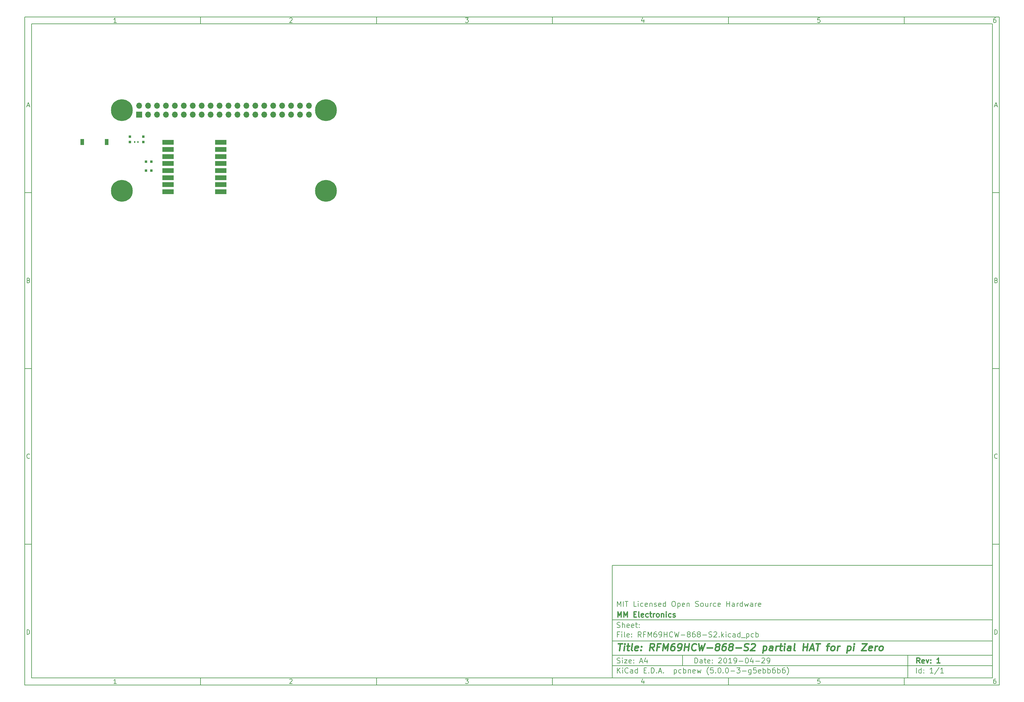
<source format=gbr>
%TF.GenerationSoftware,KiCad,Pcbnew,(5.0.0-3-g5ebb6b6)*%
%TF.CreationDate,2019-04-29T20:19:19+01:00*%
%TF.ProjectId,RFM69HCW-868-S2,52464D36394843572D3836382D53322E,1*%
%TF.SameCoordinates,Original*%
%TF.FileFunction,Soldermask,Top*%
%TF.FilePolarity,Negative*%
%FSLAX46Y46*%
G04 Gerber Fmt 4.6, Leading zero omitted, Abs format (unit mm)*
G04 Created by KiCad (PCBNEW (5.0.0-3-g5ebb6b6)) date Monday, 29 April 2019 at 20:19:19*
%MOMM*%
%LPD*%
G01*
G04 APERTURE LIST*
%ADD10C,0.100000*%
%ADD11C,0.150000*%
%ADD12C,0.300000*%
%ADD13C,0.400000*%
%ADD14R,3.202940X1.402080*%
%ADD15R,1.000000X1.800000*%
%ADD16O,1.700000X1.700000*%
%ADD17R,1.700000X1.700000*%
%ADD18C,6.200000*%
%ADD19R,0.750000X0.800000*%
%ADD20R,0.800000X0.750000*%
%ADD21R,0.400000X0.600000*%
G04 APERTURE END LIST*
D10*
D11*
X177002200Y-166007200D02*
X177002200Y-198007200D01*
X285002200Y-198007200D01*
X285002200Y-166007200D01*
X177002200Y-166007200D01*
D10*
D11*
X10000000Y-10000000D02*
X10000000Y-200007200D01*
X287002200Y-200007200D01*
X287002200Y-10000000D01*
X10000000Y-10000000D01*
D10*
D11*
X12000000Y-12000000D02*
X12000000Y-198007200D01*
X285002200Y-198007200D01*
X285002200Y-12000000D01*
X12000000Y-12000000D01*
D10*
D11*
X60000000Y-12000000D02*
X60000000Y-10000000D01*
D10*
D11*
X110000000Y-12000000D02*
X110000000Y-10000000D01*
D10*
D11*
X160000000Y-12000000D02*
X160000000Y-10000000D01*
D10*
D11*
X210000000Y-12000000D02*
X210000000Y-10000000D01*
D10*
D11*
X260000000Y-12000000D02*
X260000000Y-10000000D01*
D10*
D11*
X36065476Y-11588095D02*
X35322619Y-11588095D01*
X35694047Y-11588095D02*
X35694047Y-10288095D01*
X35570238Y-10473809D01*
X35446428Y-10597619D01*
X35322619Y-10659523D01*
D10*
D11*
X85322619Y-10411904D02*
X85384523Y-10350000D01*
X85508333Y-10288095D01*
X85817857Y-10288095D01*
X85941666Y-10350000D01*
X86003571Y-10411904D01*
X86065476Y-10535714D01*
X86065476Y-10659523D01*
X86003571Y-10845238D01*
X85260714Y-11588095D01*
X86065476Y-11588095D01*
D10*
D11*
X135260714Y-10288095D02*
X136065476Y-10288095D01*
X135632142Y-10783333D01*
X135817857Y-10783333D01*
X135941666Y-10845238D01*
X136003571Y-10907142D01*
X136065476Y-11030952D01*
X136065476Y-11340476D01*
X136003571Y-11464285D01*
X135941666Y-11526190D01*
X135817857Y-11588095D01*
X135446428Y-11588095D01*
X135322619Y-11526190D01*
X135260714Y-11464285D01*
D10*
D11*
X185941666Y-10721428D02*
X185941666Y-11588095D01*
X185632142Y-10226190D02*
X185322619Y-11154761D01*
X186127380Y-11154761D01*
D10*
D11*
X236003571Y-10288095D02*
X235384523Y-10288095D01*
X235322619Y-10907142D01*
X235384523Y-10845238D01*
X235508333Y-10783333D01*
X235817857Y-10783333D01*
X235941666Y-10845238D01*
X236003571Y-10907142D01*
X236065476Y-11030952D01*
X236065476Y-11340476D01*
X236003571Y-11464285D01*
X235941666Y-11526190D01*
X235817857Y-11588095D01*
X235508333Y-11588095D01*
X235384523Y-11526190D01*
X235322619Y-11464285D01*
D10*
D11*
X285941666Y-10288095D02*
X285694047Y-10288095D01*
X285570238Y-10350000D01*
X285508333Y-10411904D01*
X285384523Y-10597619D01*
X285322619Y-10845238D01*
X285322619Y-11340476D01*
X285384523Y-11464285D01*
X285446428Y-11526190D01*
X285570238Y-11588095D01*
X285817857Y-11588095D01*
X285941666Y-11526190D01*
X286003571Y-11464285D01*
X286065476Y-11340476D01*
X286065476Y-11030952D01*
X286003571Y-10907142D01*
X285941666Y-10845238D01*
X285817857Y-10783333D01*
X285570238Y-10783333D01*
X285446428Y-10845238D01*
X285384523Y-10907142D01*
X285322619Y-11030952D01*
D10*
D11*
X60000000Y-198007200D02*
X60000000Y-200007200D01*
D10*
D11*
X110000000Y-198007200D02*
X110000000Y-200007200D01*
D10*
D11*
X160000000Y-198007200D02*
X160000000Y-200007200D01*
D10*
D11*
X210000000Y-198007200D02*
X210000000Y-200007200D01*
D10*
D11*
X260000000Y-198007200D02*
X260000000Y-200007200D01*
D10*
D11*
X36065476Y-199595295D02*
X35322619Y-199595295D01*
X35694047Y-199595295D02*
X35694047Y-198295295D01*
X35570238Y-198481009D01*
X35446428Y-198604819D01*
X35322619Y-198666723D01*
D10*
D11*
X85322619Y-198419104D02*
X85384523Y-198357200D01*
X85508333Y-198295295D01*
X85817857Y-198295295D01*
X85941666Y-198357200D01*
X86003571Y-198419104D01*
X86065476Y-198542914D01*
X86065476Y-198666723D01*
X86003571Y-198852438D01*
X85260714Y-199595295D01*
X86065476Y-199595295D01*
D10*
D11*
X135260714Y-198295295D02*
X136065476Y-198295295D01*
X135632142Y-198790533D01*
X135817857Y-198790533D01*
X135941666Y-198852438D01*
X136003571Y-198914342D01*
X136065476Y-199038152D01*
X136065476Y-199347676D01*
X136003571Y-199471485D01*
X135941666Y-199533390D01*
X135817857Y-199595295D01*
X135446428Y-199595295D01*
X135322619Y-199533390D01*
X135260714Y-199471485D01*
D10*
D11*
X185941666Y-198728628D02*
X185941666Y-199595295D01*
X185632142Y-198233390D02*
X185322619Y-199161961D01*
X186127380Y-199161961D01*
D10*
D11*
X236003571Y-198295295D02*
X235384523Y-198295295D01*
X235322619Y-198914342D01*
X235384523Y-198852438D01*
X235508333Y-198790533D01*
X235817857Y-198790533D01*
X235941666Y-198852438D01*
X236003571Y-198914342D01*
X236065476Y-199038152D01*
X236065476Y-199347676D01*
X236003571Y-199471485D01*
X235941666Y-199533390D01*
X235817857Y-199595295D01*
X235508333Y-199595295D01*
X235384523Y-199533390D01*
X235322619Y-199471485D01*
D10*
D11*
X285941666Y-198295295D02*
X285694047Y-198295295D01*
X285570238Y-198357200D01*
X285508333Y-198419104D01*
X285384523Y-198604819D01*
X285322619Y-198852438D01*
X285322619Y-199347676D01*
X285384523Y-199471485D01*
X285446428Y-199533390D01*
X285570238Y-199595295D01*
X285817857Y-199595295D01*
X285941666Y-199533390D01*
X286003571Y-199471485D01*
X286065476Y-199347676D01*
X286065476Y-199038152D01*
X286003571Y-198914342D01*
X285941666Y-198852438D01*
X285817857Y-198790533D01*
X285570238Y-198790533D01*
X285446428Y-198852438D01*
X285384523Y-198914342D01*
X285322619Y-199038152D01*
D10*
D11*
X10000000Y-60000000D02*
X12000000Y-60000000D01*
D10*
D11*
X10000000Y-110000000D02*
X12000000Y-110000000D01*
D10*
D11*
X10000000Y-160000000D02*
X12000000Y-160000000D01*
D10*
D11*
X10690476Y-35216666D02*
X11309523Y-35216666D01*
X10566666Y-35588095D02*
X11000000Y-34288095D01*
X11433333Y-35588095D01*
D10*
D11*
X11092857Y-84907142D02*
X11278571Y-84969047D01*
X11340476Y-85030952D01*
X11402380Y-85154761D01*
X11402380Y-85340476D01*
X11340476Y-85464285D01*
X11278571Y-85526190D01*
X11154761Y-85588095D01*
X10659523Y-85588095D01*
X10659523Y-84288095D01*
X11092857Y-84288095D01*
X11216666Y-84350000D01*
X11278571Y-84411904D01*
X11340476Y-84535714D01*
X11340476Y-84659523D01*
X11278571Y-84783333D01*
X11216666Y-84845238D01*
X11092857Y-84907142D01*
X10659523Y-84907142D01*
D10*
D11*
X11402380Y-135464285D02*
X11340476Y-135526190D01*
X11154761Y-135588095D01*
X11030952Y-135588095D01*
X10845238Y-135526190D01*
X10721428Y-135402380D01*
X10659523Y-135278571D01*
X10597619Y-135030952D01*
X10597619Y-134845238D01*
X10659523Y-134597619D01*
X10721428Y-134473809D01*
X10845238Y-134350000D01*
X11030952Y-134288095D01*
X11154761Y-134288095D01*
X11340476Y-134350000D01*
X11402380Y-134411904D01*
D10*
D11*
X10659523Y-185588095D02*
X10659523Y-184288095D01*
X10969047Y-184288095D01*
X11154761Y-184350000D01*
X11278571Y-184473809D01*
X11340476Y-184597619D01*
X11402380Y-184845238D01*
X11402380Y-185030952D01*
X11340476Y-185278571D01*
X11278571Y-185402380D01*
X11154761Y-185526190D01*
X10969047Y-185588095D01*
X10659523Y-185588095D01*
D10*
D11*
X287002200Y-60000000D02*
X285002200Y-60000000D01*
D10*
D11*
X287002200Y-110000000D02*
X285002200Y-110000000D01*
D10*
D11*
X287002200Y-160000000D02*
X285002200Y-160000000D01*
D10*
D11*
X285692676Y-35216666D02*
X286311723Y-35216666D01*
X285568866Y-35588095D02*
X286002200Y-34288095D01*
X286435533Y-35588095D01*
D10*
D11*
X286095057Y-84907142D02*
X286280771Y-84969047D01*
X286342676Y-85030952D01*
X286404580Y-85154761D01*
X286404580Y-85340476D01*
X286342676Y-85464285D01*
X286280771Y-85526190D01*
X286156961Y-85588095D01*
X285661723Y-85588095D01*
X285661723Y-84288095D01*
X286095057Y-84288095D01*
X286218866Y-84350000D01*
X286280771Y-84411904D01*
X286342676Y-84535714D01*
X286342676Y-84659523D01*
X286280771Y-84783333D01*
X286218866Y-84845238D01*
X286095057Y-84907142D01*
X285661723Y-84907142D01*
D10*
D11*
X286404580Y-135464285D02*
X286342676Y-135526190D01*
X286156961Y-135588095D01*
X286033152Y-135588095D01*
X285847438Y-135526190D01*
X285723628Y-135402380D01*
X285661723Y-135278571D01*
X285599819Y-135030952D01*
X285599819Y-134845238D01*
X285661723Y-134597619D01*
X285723628Y-134473809D01*
X285847438Y-134350000D01*
X286033152Y-134288095D01*
X286156961Y-134288095D01*
X286342676Y-134350000D01*
X286404580Y-134411904D01*
D10*
D11*
X285661723Y-185588095D02*
X285661723Y-184288095D01*
X285971247Y-184288095D01*
X286156961Y-184350000D01*
X286280771Y-184473809D01*
X286342676Y-184597619D01*
X286404580Y-184845238D01*
X286404580Y-185030952D01*
X286342676Y-185278571D01*
X286280771Y-185402380D01*
X286156961Y-185526190D01*
X285971247Y-185588095D01*
X285661723Y-185588095D01*
D10*
D11*
X200434342Y-193785771D02*
X200434342Y-192285771D01*
X200791485Y-192285771D01*
X201005771Y-192357200D01*
X201148628Y-192500057D01*
X201220057Y-192642914D01*
X201291485Y-192928628D01*
X201291485Y-193142914D01*
X201220057Y-193428628D01*
X201148628Y-193571485D01*
X201005771Y-193714342D01*
X200791485Y-193785771D01*
X200434342Y-193785771D01*
X202577200Y-193785771D02*
X202577200Y-193000057D01*
X202505771Y-192857200D01*
X202362914Y-192785771D01*
X202077200Y-192785771D01*
X201934342Y-192857200D01*
X202577200Y-193714342D02*
X202434342Y-193785771D01*
X202077200Y-193785771D01*
X201934342Y-193714342D01*
X201862914Y-193571485D01*
X201862914Y-193428628D01*
X201934342Y-193285771D01*
X202077200Y-193214342D01*
X202434342Y-193214342D01*
X202577200Y-193142914D01*
X203077200Y-192785771D02*
X203648628Y-192785771D01*
X203291485Y-192285771D02*
X203291485Y-193571485D01*
X203362914Y-193714342D01*
X203505771Y-193785771D01*
X203648628Y-193785771D01*
X204720057Y-193714342D02*
X204577200Y-193785771D01*
X204291485Y-193785771D01*
X204148628Y-193714342D01*
X204077200Y-193571485D01*
X204077200Y-193000057D01*
X204148628Y-192857200D01*
X204291485Y-192785771D01*
X204577200Y-192785771D01*
X204720057Y-192857200D01*
X204791485Y-193000057D01*
X204791485Y-193142914D01*
X204077200Y-193285771D01*
X205434342Y-193642914D02*
X205505771Y-193714342D01*
X205434342Y-193785771D01*
X205362914Y-193714342D01*
X205434342Y-193642914D01*
X205434342Y-193785771D01*
X205434342Y-192857200D02*
X205505771Y-192928628D01*
X205434342Y-193000057D01*
X205362914Y-192928628D01*
X205434342Y-192857200D01*
X205434342Y-193000057D01*
X207220057Y-192428628D02*
X207291485Y-192357200D01*
X207434342Y-192285771D01*
X207791485Y-192285771D01*
X207934342Y-192357200D01*
X208005771Y-192428628D01*
X208077200Y-192571485D01*
X208077200Y-192714342D01*
X208005771Y-192928628D01*
X207148628Y-193785771D01*
X208077200Y-193785771D01*
X209005771Y-192285771D02*
X209148628Y-192285771D01*
X209291485Y-192357200D01*
X209362914Y-192428628D01*
X209434342Y-192571485D01*
X209505771Y-192857200D01*
X209505771Y-193214342D01*
X209434342Y-193500057D01*
X209362914Y-193642914D01*
X209291485Y-193714342D01*
X209148628Y-193785771D01*
X209005771Y-193785771D01*
X208862914Y-193714342D01*
X208791485Y-193642914D01*
X208720057Y-193500057D01*
X208648628Y-193214342D01*
X208648628Y-192857200D01*
X208720057Y-192571485D01*
X208791485Y-192428628D01*
X208862914Y-192357200D01*
X209005771Y-192285771D01*
X210934342Y-193785771D02*
X210077200Y-193785771D01*
X210505771Y-193785771D02*
X210505771Y-192285771D01*
X210362914Y-192500057D01*
X210220057Y-192642914D01*
X210077200Y-192714342D01*
X211648628Y-193785771D02*
X211934342Y-193785771D01*
X212077200Y-193714342D01*
X212148628Y-193642914D01*
X212291485Y-193428628D01*
X212362914Y-193142914D01*
X212362914Y-192571485D01*
X212291485Y-192428628D01*
X212220057Y-192357200D01*
X212077200Y-192285771D01*
X211791485Y-192285771D01*
X211648628Y-192357200D01*
X211577200Y-192428628D01*
X211505771Y-192571485D01*
X211505771Y-192928628D01*
X211577200Y-193071485D01*
X211648628Y-193142914D01*
X211791485Y-193214342D01*
X212077200Y-193214342D01*
X212220057Y-193142914D01*
X212291485Y-193071485D01*
X212362914Y-192928628D01*
X213005771Y-193214342D02*
X214148628Y-193214342D01*
X215148628Y-192285771D02*
X215291485Y-192285771D01*
X215434342Y-192357200D01*
X215505771Y-192428628D01*
X215577200Y-192571485D01*
X215648628Y-192857200D01*
X215648628Y-193214342D01*
X215577200Y-193500057D01*
X215505771Y-193642914D01*
X215434342Y-193714342D01*
X215291485Y-193785771D01*
X215148628Y-193785771D01*
X215005771Y-193714342D01*
X214934342Y-193642914D01*
X214862914Y-193500057D01*
X214791485Y-193214342D01*
X214791485Y-192857200D01*
X214862914Y-192571485D01*
X214934342Y-192428628D01*
X215005771Y-192357200D01*
X215148628Y-192285771D01*
X216934342Y-192785771D02*
X216934342Y-193785771D01*
X216577200Y-192214342D02*
X216220057Y-193285771D01*
X217148628Y-193285771D01*
X217720057Y-193214342D02*
X218862914Y-193214342D01*
X219505771Y-192428628D02*
X219577200Y-192357200D01*
X219720057Y-192285771D01*
X220077200Y-192285771D01*
X220220057Y-192357200D01*
X220291485Y-192428628D01*
X220362914Y-192571485D01*
X220362914Y-192714342D01*
X220291485Y-192928628D01*
X219434342Y-193785771D01*
X220362914Y-193785771D01*
X221077200Y-193785771D02*
X221362914Y-193785771D01*
X221505771Y-193714342D01*
X221577200Y-193642914D01*
X221720057Y-193428628D01*
X221791485Y-193142914D01*
X221791485Y-192571485D01*
X221720057Y-192428628D01*
X221648628Y-192357200D01*
X221505771Y-192285771D01*
X221220057Y-192285771D01*
X221077200Y-192357200D01*
X221005771Y-192428628D01*
X220934342Y-192571485D01*
X220934342Y-192928628D01*
X221005771Y-193071485D01*
X221077200Y-193142914D01*
X221220057Y-193214342D01*
X221505771Y-193214342D01*
X221648628Y-193142914D01*
X221720057Y-193071485D01*
X221791485Y-192928628D01*
D10*
D11*
X177002200Y-194507200D02*
X285002200Y-194507200D01*
D10*
D11*
X178434342Y-196585771D02*
X178434342Y-195085771D01*
X179291485Y-196585771D02*
X178648628Y-195728628D01*
X179291485Y-195085771D02*
X178434342Y-195942914D01*
X179934342Y-196585771D02*
X179934342Y-195585771D01*
X179934342Y-195085771D02*
X179862914Y-195157200D01*
X179934342Y-195228628D01*
X180005771Y-195157200D01*
X179934342Y-195085771D01*
X179934342Y-195228628D01*
X181505771Y-196442914D02*
X181434342Y-196514342D01*
X181220057Y-196585771D01*
X181077200Y-196585771D01*
X180862914Y-196514342D01*
X180720057Y-196371485D01*
X180648628Y-196228628D01*
X180577200Y-195942914D01*
X180577200Y-195728628D01*
X180648628Y-195442914D01*
X180720057Y-195300057D01*
X180862914Y-195157200D01*
X181077200Y-195085771D01*
X181220057Y-195085771D01*
X181434342Y-195157200D01*
X181505771Y-195228628D01*
X182791485Y-196585771D02*
X182791485Y-195800057D01*
X182720057Y-195657200D01*
X182577200Y-195585771D01*
X182291485Y-195585771D01*
X182148628Y-195657200D01*
X182791485Y-196514342D02*
X182648628Y-196585771D01*
X182291485Y-196585771D01*
X182148628Y-196514342D01*
X182077200Y-196371485D01*
X182077200Y-196228628D01*
X182148628Y-196085771D01*
X182291485Y-196014342D01*
X182648628Y-196014342D01*
X182791485Y-195942914D01*
X184148628Y-196585771D02*
X184148628Y-195085771D01*
X184148628Y-196514342D02*
X184005771Y-196585771D01*
X183720057Y-196585771D01*
X183577200Y-196514342D01*
X183505771Y-196442914D01*
X183434342Y-196300057D01*
X183434342Y-195871485D01*
X183505771Y-195728628D01*
X183577200Y-195657200D01*
X183720057Y-195585771D01*
X184005771Y-195585771D01*
X184148628Y-195657200D01*
X186005771Y-195800057D02*
X186505771Y-195800057D01*
X186720057Y-196585771D02*
X186005771Y-196585771D01*
X186005771Y-195085771D01*
X186720057Y-195085771D01*
X187362914Y-196442914D02*
X187434342Y-196514342D01*
X187362914Y-196585771D01*
X187291485Y-196514342D01*
X187362914Y-196442914D01*
X187362914Y-196585771D01*
X188077200Y-196585771D02*
X188077200Y-195085771D01*
X188434342Y-195085771D01*
X188648628Y-195157200D01*
X188791485Y-195300057D01*
X188862914Y-195442914D01*
X188934342Y-195728628D01*
X188934342Y-195942914D01*
X188862914Y-196228628D01*
X188791485Y-196371485D01*
X188648628Y-196514342D01*
X188434342Y-196585771D01*
X188077200Y-196585771D01*
X189577200Y-196442914D02*
X189648628Y-196514342D01*
X189577200Y-196585771D01*
X189505771Y-196514342D01*
X189577200Y-196442914D01*
X189577200Y-196585771D01*
X190220057Y-196157200D02*
X190934342Y-196157200D01*
X190077200Y-196585771D02*
X190577200Y-195085771D01*
X191077200Y-196585771D01*
X191577200Y-196442914D02*
X191648628Y-196514342D01*
X191577200Y-196585771D01*
X191505771Y-196514342D01*
X191577200Y-196442914D01*
X191577200Y-196585771D01*
X194577200Y-195585771D02*
X194577200Y-197085771D01*
X194577200Y-195657200D02*
X194720057Y-195585771D01*
X195005771Y-195585771D01*
X195148628Y-195657200D01*
X195220057Y-195728628D01*
X195291485Y-195871485D01*
X195291485Y-196300057D01*
X195220057Y-196442914D01*
X195148628Y-196514342D01*
X195005771Y-196585771D01*
X194720057Y-196585771D01*
X194577200Y-196514342D01*
X196577200Y-196514342D02*
X196434342Y-196585771D01*
X196148628Y-196585771D01*
X196005771Y-196514342D01*
X195934342Y-196442914D01*
X195862914Y-196300057D01*
X195862914Y-195871485D01*
X195934342Y-195728628D01*
X196005771Y-195657200D01*
X196148628Y-195585771D01*
X196434342Y-195585771D01*
X196577200Y-195657200D01*
X197220057Y-196585771D02*
X197220057Y-195085771D01*
X197220057Y-195657200D02*
X197362914Y-195585771D01*
X197648628Y-195585771D01*
X197791485Y-195657200D01*
X197862914Y-195728628D01*
X197934342Y-195871485D01*
X197934342Y-196300057D01*
X197862914Y-196442914D01*
X197791485Y-196514342D01*
X197648628Y-196585771D01*
X197362914Y-196585771D01*
X197220057Y-196514342D01*
X198577200Y-195585771D02*
X198577200Y-196585771D01*
X198577200Y-195728628D02*
X198648628Y-195657200D01*
X198791485Y-195585771D01*
X199005771Y-195585771D01*
X199148628Y-195657200D01*
X199220057Y-195800057D01*
X199220057Y-196585771D01*
X200505771Y-196514342D02*
X200362914Y-196585771D01*
X200077200Y-196585771D01*
X199934342Y-196514342D01*
X199862914Y-196371485D01*
X199862914Y-195800057D01*
X199934342Y-195657200D01*
X200077200Y-195585771D01*
X200362914Y-195585771D01*
X200505771Y-195657200D01*
X200577200Y-195800057D01*
X200577200Y-195942914D01*
X199862914Y-196085771D01*
X201077200Y-195585771D02*
X201362914Y-196585771D01*
X201648628Y-195871485D01*
X201934342Y-196585771D01*
X202220057Y-195585771D01*
X204362914Y-197157200D02*
X204291485Y-197085771D01*
X204148628Y-196871485D01*
X204077200Y-196728628D01*
X204005771Y-196514342D01*
X203934342Y-196157200D01*
X203934342Y-195871485D01*
X204005771Y-195514342D01*
X204077200Y-195300057D01*
X204148628Y-195157200D01*
X204291485Y-194942914D01*
X204362914Y-194871485D01*
X205648628Y-195085771D02*
X204934342Y-195085771D01*
X204862914Y-195800057D01*
X204934342Y-195728628D01*
X205077200Y-195657200D01*
X205434342Y-195657200D01*
X205577200Y-195728628D01*
X205648628Y-195800057D01*
X205720057Y-195942914D01*
X205720057Y-196300057D01*
X205648628Y-196442914D01*
X205577200Y-196514342D01*
X205434342Y-196585771D01*
X205077200Y-196585771D01*
X204934342Y-196514342D01*
X204862914Y-196442914D01*
X206362914Y-196442914D02*
X206434342Y-196514342D01*
X206362914Y-196585771D01*
X206291485Y-196514342D01*
X206362914Y-196442914D01*
X206362914Y-196585771D01*
X207362914Y-195085771D02*
X207505771Y-195085771D01*
X207648628Y-195157200D01*
X207720057Y-195228628D01*
X207791485Y-195371485D01*
X207862914Y-195657200D01*
X207862914Y-196014342D01*
X207791485Y-196300057D01*
X207720057Y-196442914D01*
X207648628Y-196514342D01*
X207505771Y-196585771D01*
X207362914Y-196585771D01*
X207220057Y-196514342D01*
X207148628Y-196442914D01*
X207077200Y-196300057D01*
X207005771Y-196014342D01*
X207005771Y-195657200D01*
X207077200Y-195371485D01*
X207148628Y-195228628D01*
X207220057Y-195157200D01*
X207362914Y-195085771D01*
X208505771Y-196442914D02*
X208577200Y-196514342D01*
X208505771Y-196585771D01*
X208434342Y-196514342D01*
X208505771Y-196442914D01*
X208505771Y-196585771D01*
X209505771Y-195085771D02*
X209648628Y-195085771D01*
X209791485Y-195157200D01*
X209862914Y-195228628D01*
X209934342Y-195371485D01*
X210005771Y-195657200D01*
X210005771Y-196014342D01*
X209934342Y-196300057D01*
X209862914Y-196442914D01*
X209791485Y-196514342D01*
X209648628Y-196585771D01*
X209505771Y-196585771D01*
X209362914Y-196514342D01*
X209291485Y-196442914D01*
X209220057Y-196300057D01*
X209148628Y-196014342D01*
X209148628Y-195657200D01*
X209220057Y-195371485D01*
X209291485Y-195228628D01*
X209362914Y-195157200D01*
X209505771Y-195085771D01*
X210648628Y-196014342D02*
X211791485Y-196014342D01*
X212362914Y-195085771D02*
X213291485Y-195085771D01*
X212791485Y-195657200D01*
X213005771Y-195657200D01*
X213148628Y-195728628D01*
X213220057Y-195800057D01*
X213291485Y-195942914D01*
X213291485Y-196300057D01*
X213220057Y-196442914D01*
X213148628Y-196514342D01*
X213005771Y-196585771D01*
X212577200Y-196585771D01*
X212434342Y-196514342D01*
X212362914Y-196442914D01*
X213934342Y-196014342D02*
X215077200Y-196014342D01*
X216434342Y-195585771D02*
X216434342Y-196800057D01*
X216362914Y-196942914D01*
X216291485Y-197014342D01*
X216148628Y-197085771D01*
X215934342Y-197085771D01*
X215791485Y-197014342D01*
X216434342Y-196514342D02*
X216291485Y-196585771D01*
X216005771Y-196585771D01*
X215862914Y-196514342D01*
X215791485Y-196442914D01*
X215720057Y-196300057D01*
X215720057Y-195871485D01*
X215791485Y-195728628D01*
X215862914Y-195657200D01*
X216005771Y-195585771D01*
X216291485Y-195585771D01*
X216434342Y-195657200D01*
X217862914Y-195085771D02*
X217148628Y-195085771D01*
X217077200Y-195800057D01*
X217148628Y-195728628D01*
X217291485Y-195657200D01*
X217648628Y-195657200D01*
X217791485Y-195728628D01*
X217862914Y-195800057D01*
X217934342Y-195942914D01*
X217934342Y-196300057D01*
X217862914Y-196442914D01*
X217791485Y-196514342D01*
X217648628Y-196585771D01*
X217291485Y-196585771D01*
X217148628Y-196514342D01*
X217077200Y-196442914D01*
X219148628Y-196514342D02*
X219005771Y-196585771D01*
X218720057Y-196585771D01*
X218577200Y-196514342D01*
X218505771Y-196371485D01*
X218505771Y-195800057D01*
X218577200Y-195657200D01*
X218720057Y-195585771D01*
X219005771Y-195585771D01*
X219148628Y-195657200D01*
X219220057Y-195800057D01*
X219220057Y-195942914D01*
X218505771Y-196085771D01*
X219862914Y-196585771D02*
X219862914Y-195085771D01*
X219862914Y-195657200D02*
X220005771Y-195585771D01*
X220291485Y-195585771D01*
X220434342Y-195657200D01*
X220505771Y-195728628D01*
X220577200Y-195871485D01*
X220577200Y-196300057D01*
X220505771Y-196442914D01*
X220434342Y-196514342D01*
X220291485Y-196585771D01*
X220005771Y-196585771D01*
X219862914Y-196514342D01*
X221220057Y-196585771D02*
X221220057Y-195085771D01*
X221220057Y-195657200D02*
X221362914Y-195585771D01*
X221648628Y-195585771D01*
X221791485Y-195657200D01*
X221862914Y-195728628D01*
X221934342Y-195871485D01*
X221934342Y-196300057D01*
X221862914Y-196442914D01*
X221791485Y-196514342D01*
X221648628Y-196585771D01*
X221362914Y-196585771D01*
X221220057Y-196514342D01*
X223220057Y-195085771D02*
X222934342Y-195085771D01*
X222791485Y-195157200D01*
X222720057Y-195228628D01*
X222577200Y-195442914D01*
X222505771Y-195728628D01*
X222505771Y-196300057D01*
X222577200Y-196442914D01*
X222648628Y-196514342D01*
X222791485Y-196585771D01*
X223077200Y-196585771D01*
X223220057Y-196514342D01*
X223291485Y-196442914D01*
X223362914Y-196300057D01*
X223362914Y-195942914D01*
X223291485Y-195800057D01*
X223220057Y-195728628D01*
X223077200Y-195657200D01*
X222791485Y-195657200D01*
X222648628Y-195728628D01*
X222577200Y-195800057D01*
X222505771Y-195942914D01*
X224005771Y-196585771D02*
X224005771Y-195085771D01*
X224005771Y-195657200D02*
X224148628Y-195585771D01*
X224434342Y-195585771D01*
X224577200Y-195657200D01*
X224648628Y-195728628D01*
X224720057Y-195871485D01*
X224720057Y-196300057D01*
X224648628Y-196442914D01*
X224577200Y-196514342D01*
X224434342Y-196585771D01*
X224148628Y-196585771D01*
X224005771Y-196514342D01*
X226005771Y-195085771D02*
X225720057Y-195085771D01*
X225577200Y-195157200D01*
X225505771Y-195228628D01*
X225362914Y-195442914D01*
X225291485Y-195728628D01*
X225291485Y-196300057D01*
X225362914Y-196442914D01*
X225434342Y-196514342D01*
X225577200Y-196585771D01*
X225862914Y-196585771D01*
X226005771Y-196514342D01*
X226077200Y-196442914D01*
X226148628Y-196300057D01*
X226148628Y-195942914D01*
X226077200Y-195800057D01*
X226005771Y-195728628D01*
X225862914Y-195657200D01*
X225577200Y-195657200D01*
X225434342Y-195728628D01*
X225362914Y-195800057D01*
X225291485Y-195942914D01*
X226648628Y-197157200D02*
X226720057Y-197085771D01*
X226862914Y-196871485D01*
X226934342Y-196728628D01*
X227005771Y-196514342D01*
X227077200Y-196157200D01*
X227077200Y-195871485D01*
X227005771Y-195514342D01*
X226934342Y-195300057D01*
X226862914Y-195157200D01*
X226720057Y-194942914D01*
X226648628Y-194871485D01*
D10*
D11*
X177002200Y-191507200D02*
X285002200Y-191507200D01*
D10*
D12*
X264411485Y-193785771D02*
X263911485Y-193071485D01*
X263554342Y-193785771D02*
X263554342Y-192285771D01*
X264125771Y-192285771D01*
X264268628Y-192357200D01*
X264340057Y-192428628D01*
X264411485Y-192571485D01*
X264411485Y-192785771D01*
X264340057Y-192928628D01*
X264268628Y-193000057D01*
X264125771Y-193071485D01*
X263554342Y-193071485D01*
X265625771Y-193714342D02*
X265482914Y-193785771D01*
X265197200Y-193785771D01*
X265054342Y-193714342D01*
X264982914Y-193571485D01*
X264982914Y-193000057D01*
X265054342Y-192857200D01*
X265197200Y-192785771D01*
X265482914Y-192785771D01*
X265625771Y-192857200D01*
X265697200Y-193000057D01*
X265697200Y-193142914D01*
X264982914Y-193285771D01*
X266197200Y-192785771D02*
X266554342Y-193785771D01*
X266911485Y-192785771D01*
X267482914Y-193642914D02*
X267554342Y-193714342D01*
X267482914Y-193785771D01*
X267411485Y-193714342D01*
X267482914Y-193642914D01*
X267482914Y-193785771D01*
X267482914Y-192857200D02*
X267554342Y-192928628D01*
X267482914Y-193000057D01*
X267411485Y-192928628D01*
X267482914Y-192857200D01*
X267482914Y-193000057D01*
X270125771Y-193785771D02*
X269268628Y-193785771D01*
X269697200Y-193785771D02*
X269697200Y-192285771D01*
X269554342Y-192500057D01*
X269411485Y-192642914D01*
X269268628Y-192714342D01*
D10*
D11*
X178362914Y-193714342D02*
X178577200Y-193785771D01*
X178934342Y-193785771D01*
X179077200Y-193714342D01*
X179148628Y-193642914D01*
X179220057Y-193500057D01*
X179220057Y-193357200D01*
X179148628Y-193214342D01*
X179077200Y-193142914D01*
X178934342Y-193071485D01*
X178648628Y-193000057D01*
X178505771Y-192928628D01*
X178434342Y-192857200D01*
X178362914Y-192714342D01*
X178362914Y-192571485D01*
X178434342Y-192428628D01*
X178505771Y-192357200D01*
X178648628Y-192285771D01*
X179005771Y-192285771D01*
X179220057Y-192357200D01*
X179862914Y-193785771D02*
X179862914Y-192785771D01*
X179862914Y-192285771D02*
X179791485Y-192357200D01*
X179862914Y-192428628D01*
X179934342Y-192357200D01*
X179862914Y-192285771D01*
X179862914Y-192428628D01*
X180434342Y-192785771D02*
X181220057Y-192785771D01*
X180434342Y-193785771D01*
X181220057Y-193785771D01*
X182362914Y-193714342D02*
X182220057Y-193785771D01*
X181934342Y-193785771D01*
X181791485Y-193714342D01*
X181720057Y-193571485D01*
X181720057Y-193000057D01*
X181791485Y-192857200D01*
X181934342Y-192785771D01*
X182220057Y-192785771D01*
X182362914Y-192857200D01*
X182434342Y-193000057D01*
X182434342Y-193142914D01*
X181720057Y-193285771D01*
X183077200Y-193642914D02*
X183148628Y-193714342D01*
X183077200Y-193785771D01*
X183005771Y-193714342D01*
X183077200Y-193642914D01*
X183077200Y-193785771D01*
X183077200Y-192857200D02*
X183148628Y-192928628D01*
X183077200Y-193000057D01*
X183005771Y-192928628D01*
X183077200Y-192857200D01*
X183077200Y-193000057D01*
X184862914Y-193357200D02*
X185577200Y-193357200D01*
X184720057Y-193785771D02*
X185220057Y-192285771D01*
X185720057Y-193785771D01*
X186862914Y-192785771D02*
X186862914Y-193785771D01*
X186505771Y-192214342D02*
X186148628Y-193285771D01*
X187077200Y-193285771D01*
D10*
D11*
X263434342Y-196585771D02*
X263434342Y-195085771D01*
X264791485Y-196585771D02*
X264791485Y-195085771D01*
X264791485Y-196514342D02*
X264648628Y-196585771D01*
X264362914Y-196585771D01*
X264220057Y-196514342D01*
X264148628Y-196442914D01*
X264077200Y-196300057D01*
X264077200Y-195871485D01*
X264148628Y-195728628D01*
X264220057Y-195657200D01*
X264362914Y-195585771D01*
X264648628Y-195585771D01*
X264791485Y-195657200D01*
X265505771Y-196442914D02*
X265577200Y-196514342D01*
X265505771Y-196585771D01*
X265434342Y-196514342D01*
X265505771Y-196442914D01*
X265505771Y-196585771D01*
X265505771Y-195657200D02*
X265577200Y-195728628D01*
X265505771Y-195800057D01*
X265434342Y-195728628D01*
X265505771Y-195657200D01*
X265505771Y-195800057D01*
X268148628Y-196585771D02*
X267291485Y-196585771D01*
X267720057Y-196585771D02*
X267720057Y-195085771D01*
X267577200Y-195300057D01*
X267434342Y-195442914D01*
X267291485Y-195514342D01*
X269862914Y-195014342D02*
X268577200Y-196942914D01*
X271148628Y-196585771D02*
X270291485Y-196585771D01*
X270720057Y-196585771D02*
X270720057Y-195085771D01*
X270577200Y-195300057D01*
X270434342Y-195442914D01*
X270291485Y-195514342D01*
D10*
D11*
X177002200Y-187507200D02*
X285002200Y-187507200D01*
D10*
D13*
X178714580Y-188211961D02*
X179857438Y-188211961D01*
X179036009Y-190211961D02*
X179286009Y-188211961D01*
X180274104Y-190211961D02*
X180440771Y-188878628D01*
X180524104Y-188211961D02*
X180416961Y-188307200D01*
X180500295Y-188402438D01*
X180607438Y-188307200D01*
X180524104Y-188211961D01*
X180500295Y-188402438D01*
X181107438Y-188878628D02*
X181869342Y-188878628D01*
X181476485Y-188211961D02*
X181262200Y-189926247D01*
X181333628Y-190116723D01*
X181512200Y-190211961D01*
X181702676Y-190211961D01*
X182655057Y-190211961D02*
X182476485Y-190116723D01*
X182405057Y-189926247D01*
X182619342Y-188211961D01*
X184190771Y-190116723D02*
X183988390Y-190211961D01*
X183607438Y-190211961D01*
X183428866Y-190116723D01*
X183357438Y-189926247D01*
X183452676Y-189164342D01*
X183571723Y-188973866D01*
X183774104Y-188878628D01*
X184155057Y-188878628D01*
X184333628Y-188973866D01*
X184405057Y-189164342D01*
X184381247Y-189354819D01*
X183405057Y-189545295D01*
X185155057Y-190021485D02*
X185238390Y-190116723D01*
X185131247Y-190211961D01*
X185047914Y-190116723D01*
X185155057Y-190021485D01*
X185131247Y-190211961D01*
X185286009Y-188973866D02*
X185369342Y-189069104D01*
X185262200Y-189164342D01*
X185178866Y-189069104D01*
X185286009Y-188973866D01*
X185262200Y-189164342D01*
X188750295Y-190211961D02*
X188202676Y-189259580D01*
X187607438Y-190211961D02*
X187857438Y-188211961D01*
X188619342Y-188211961D01*
X188797914Y-188307200D01*
X188881247Y-188402438D01*
X188952676Y-188592914D01*
X188916961Y-188878628D01*
X188797914Y-189069104D01*
X188690771Y-189164342D01*
X188488390Y-189259580D01*
X187726485Y-189259580D01*
X190405057Y-189164342D02*
X189738390Y-189164342D01*
X189607438Y-190211961D02*
X189857438Y-188211961D01*
X190809819Y-188211961D01*
X191321723Y-190211961D02*
X191571723Y-188211961D01*
X192059819Y-189640533D01*
X192905057Y-188211961D01*
X192655057Y-190211961D01*
X194714580Y-188211961D02*
X194333628Y-188211961D01*
X194131247Y-188307200D01*
X194024104Y-188402438D01*
X193797914Y-188688152D01*
X193655057Y-189069104D01*
X193559819Y-189831009D01*
X193631247Y-190021485D01*
X193714580Y-190116723D01*
X193893152Y-190211961D01*
X194274104Y-190211961D01*
X194476485Y-190116723D01*
X194583628Y-190021485D01*
X194702676Y-189831009D01*
X194762200Y-189354819D01*
X194690771Y-189164342D01*
X194607438Y-189069104D01*
X194428866Y-188973866D01*
X194047914Y-188973866D01*
X193845533Y-189069104D01*
X193738390Y-189164342D01*
X193619342Y-189354819D01*
X195607438Y-190211961D02*
X195988390Y-190211961D01*
X196190771Y-190116723D01*
X196297914Y-190021485D01*
X196524104Y-189735771D01*
X196666961Y-189354819D01*
X196762200Y-188592914D01*
X196690771Y-188402438D01*
X196607438Y-188307200D01*
X196428866Y-188211961D01*
X196047914Y-188211961D01*
X195845533Y-188307200D01*
X195738390Y-188402438D01*
X195619342Y-188592914D01*
X195559819Y-189069104D01*
X195631247Y-189259580D01*
X195714580Y-189354819D01*
X195893152Y-189450057D01*
X196274104Y-189450057D01*
X196476485Y-189354819D01*
X196583628Y-189259580D01*
X196702676Y-189069104D01*
X197416961Y-190211961D02*
X197666961Y-188211961D01*
X197547914Y-189164342D02*
X198690771Y-189164342D01*
X198559819Y-190211961D02*
X198809819Y-188211961D01*
X200678866Y-190021485D02*
X200571723Y-190116723D01*
X200274104Y-190211961D01*
X200083628Y-190211961D01*
X199809819Y-190116723D01*
X199643152Y-189926247D01*
X199571723Y-189735771D01*
X199524104Y-189354819D01*
X199559819Y-189069104D01*
X199702676Y-188688152D01*
X199821723Y-188497676D01*
X200036009Y-188307200D01*
X200333628Y-188211961D01*
X200524104Y-188211961D01*
X200797914Y-188307200D01*
X200881247Y-188402438D01*
X201571723Y-188211961D02*
X201797914Y-190211961D01*
X202357438Y-188783390D01*
X202559819Y-190211961D01*
X203286009Y-188211961D01*
X203893152Y-189450057D02*
X205416961Y-189450057D01*
X206702676Y-189069104D02*
X206524104Y-188973866D01*
X206440771Y-188878628D01*
X206369342Y-188688152D01*
X206381247Y-188592914D01*
X206500295Y-188402438D01*
X206607438Y-188307200D01*
X206809819Y-188211961D01*
X207190771Y-188211961D01*
X207369342Y-188307200D01*
X207452676Y-188402438D01*
X207524104Y-188592914D01*
X207512200Y-188688152D01*
X207393152Y-188878628D01*
X207286009Y-188973866D01*
X207083628Y-189069104D01*
X206702676Y-189069104D01*
X206500295Y-189164342D01*
X206393152Y-189259580D01*
X206274104Y-189450057D01*
X206226485Y-189831009D01*
X206297914Y-190021485D01*
X206381247Y-190116723D01*
X206559819Y-190211961D01*
X206940771Y-190211961D01*
X207143152Y-190116723D01*
X207250295Y-190021485D01*
X207369342Y-189831009D01*
X207416961Y-189450057D01*
X207345533Y-189259580D01*
X207262200Y-189164342D01*
X207083628Y-189069104D01*
X209286009Y-188211961D02*
X208905057Y-188211961D01*
X208702676Y-188307200D01*
X208595533Y-188402438D01*
X208369342Y-188688152D01*
X208226485Y-189069104D01*
X208131247Y-189831009D01*
X208202676Y-190021485D01*
X208286009Y-190116723D01*
X208464580Y-190211961D01*
X208845533Y-190211961D01*
X209047914Y-190116723D01*
X209155057Y-190021485D01*
X209274104Y-189831009D01*
X209333628Y-189354819D01*
X209262200Y-189164342D01*
X209178866Y-189069104D01*
X209000295Y-188973866D01*
X208619342Y-188973866D01*
X208416961Y-189069104D01*
X208309819Y-189164342D01*
X208190771Y-189354819D01*
X210512200Y-189069104D02*
X210333628Y-188973866D01*
X210250295Y-188878628D01*
X210178866Y-188688152D01*
X210190771Y-188592914D01*
X210309819Y-188402438D01*
X210416961Y-188307200D01*
X210619342Y-188211961D01*
X211000295Y-188211961D01*
X211178866Y-188307200D01*
X211262200Y-188402438D01*
X211333628Y-188592914D01*
X211321723Y-188688152D01*
X211202676Y-188878628D01*
X211095533Y-188973866D01*
X210893152Y-189069104D01*
X210512200Y-189069104D01*
X210309819Y-189164342D01*
X210202676Y-189259580D01*
X210083628Y-189450057D01*
X210036009Y-189831009D01*
X210107438Y-190021485D01*
X210190771Y-190116723D01*
X210369342Y-190211961D01*
X210750295Y-190211961D01*
X210952676Y-190116723D01*
X211059819Y-190021485D01*
X211178866Y-189831009D01*
X211226485Y-189450057D01*
X211155057Y-189259580D01*
X211071723Y-189164342D01*
X210893152Y-189069104D01*
X212083628Y-189450057D02*
X213607438Y-189450057D01*
X214381247Y-190116723D02*
X214655057Y-190211961D01*
X215131247Y-190211961D01*
X215333628Y-190116723D01*
X215440771Y-190021485D01*
X215559819Y-189831009D01*
X215583628Y-189640533D01*
X215512200Y-189450057D01*
X215428866Y-189354819D01*
X215250295Y-189259580D01*
X214881247Y-189164342D01*
X214702676Y-189069104D01*
X214619342Y-188973866D01*
X214547914Y-188783390D01*
X214571723Y-188592914D01*
X214690771Y-188402438D01*
X214797914Y-188307200D01*
X215000295Y-188211961D01*
X215476485Y-188211961D01*
X215750295Y-188307200D01*
X216500295Y-188402438D02*
X216607438Y-188307200D01*
X216809819Y-188211961D01*
X217286009Y-188211961D01*
X217464580Y-188307200D01*
X217547914Y-188402438D01*
X217619342Y-188592914D01*
X217595533Y-188783390D01*
X217464580Y-189069104D01*
X216178866Y-190211961D01*
X217416961Y-190211961D01*
X219964580Y-188878628D02*
X219714580Y-190878628D01*
X219952676Y-188973866D02*
X220155057Y-188878628D01*
X220536009Y-188878628D01*
X220714580Y-188973866D01*
X220797914Y-189069104D01*
X220869342Y-189259580D01*
X220797914Y-189831009D01*
X220678866Y-190021485D01*
X220571723Y-190116723D01*
X220369342Y-190211961D01*
X219988390Y-190211961D01*
X219809819Y-190116723D01*
X222464580Y-190211961D02*
X222595533Y-189164342D01*
X222524104Y-188973866D01*
X222345533Y-188878628D01*
X221964580Y-188878628D01*
X221762200Y-188973866D01*
X222476485Y-190116723D02*
X222274104Y-190211961D01*
X221797914Y-190211961D01*
X221619342Y-190116723D01*
X221547914Y-189926247D01*
X221571723Y-189735771D01*
X221690771Y-189545295D01*
X221893152Y-189450057D01*
X222369342Y-189450057D01*
X222571723Y-189354819D01*
X223416961Y-190211961D02*
X223583628Y-188878628D01*
X223536009Y-189259580D02*
X223655057Y-189069104D01*
X223762199Y-188973866D01*
X223964580Y-188878628D01*
X224155057Y-188878628D01*
X224536009Y-188878628D02*
X225297914Y-188878628D01*
X224905057Y-188211961D02*
X224690771Y-189926247D01*
X224762200Y-190116723D01*
X224940771Y-190211961D01*
X225131247Y-190211961D01*
X225797914Y-190211961D02*
X225964580Y-188878628D01*
X226047914Y-188211961D02*
X225940771Y-188307200D01*
X226024104Y-188402438D01*
X226131247Y-188307200D01*
X226047914Y-188211961D01*
X226024104Y-188402438D01*
X227607438Y-190211961D02*
X227738390Y-189164342D01*
X227666961Y-188973866D01*
X227488390Y-188878628D01*
X227107438Y-188878628D01*
X226905057Y-188973866D01*
X227619342Y-190116723D02*
X227416961Y-190211961D01*
X226940771Y-190211961D01*
X226762200Y-190116723D01*
X226690771Y-189926247D01*
X226714580Y-189735771D01*
X226833628Y-189545295D01*
X227036009Y-189450057D01*
X227512200Y-189450057D01*
X227714580Y-189354819D01*
X228845533Y-190211961D02*
X228666961Y-190116723D01*
X228595533Y-189926247D01*
X228809819Y-188211961D01*
X231131247Y-190211961D02*
X231381247Y-188211961D01*
X231262199Y-189164342D02*
X232405057Y-189164342D01*
X232274104Y-190211961D02*
X232524104Y-188211961D01*
X233202676Y-189640533D02*
X234155057Y-189640533D01*
X232940771Y-190211961D02*
X233857438Y-188211961D01*
X234274104Y-190211961D01*
X234905057Y-188211961D02*
X236047914Y-188211961D01*
X235226485Y-190211961D02*
X235476485Y-188211961D01*
X237869342Y-188878628D02*
X238631247Y-188878628D01*
X237988390Y-190211961D02*
X238202676Y-188497676D01*
X238321723Y-188307200D01*
X238524104Y-188211961D01*
X238714580Y-188211961D01*
X239416961Y-190211961D02*
X239238390Y-190116723D01*
X239155057Y-190021485D01*
X239083628Y-189831009D01*
X239155057Y-189259580D01*
X239274104Y-189069104D01*
X239381247Y-188973866D01*
X239583628Y-188878628D01*
X239869342Y-188878628D01*
X240047914Y-188973866D01*
X240131247Y-189069104D01*
X240202676Y-189259580D01*
X240131247Y-189831009D01*
X240012199Y-190021485D01*
X239905057Y-190116723D01*
X239702676Y-190211961D01*
X239416961Y-190211961D01*
X240940771Y-190211961D02*
X241107438Y-188878628D01*
X241059819Y-189259580D02*
X241178866Y-189069104D01*
X241286009Y-188973866D01*
X241488390Y-188878628D01*
X241678866Y-188878628D01*
X243869342Y-188878628D02*
X243619342Y-190878628D01*
X243857438Y-188973866D02*
X244059819Y-188878628D01*
X244440771Y-188878628D01*
X244619342Y-188973866D01*
X244702676Y-189069104D01*
X244774104Y-189259580D01*
X244702676Y-189831009D01*
X244583628Y-190021485D01*
X244476485Y-190116723D01*
X244274104Y-190211961D01*
X243893152Y-190211961D01*
X243714580Y-190116723D01*
X245512199Y-190211961D02*
X245678866Y-188878628D01*
X245762199Y-188211961D02*
X245655057Y-188307200D01*
X245738390Y-188402438D01*
X245845533Y-188307200D01*
X245762199Y-188211961D01*
X245738390Y-188402438D01*
X248047914Y-188211961D02*
X249381247Y-188211961D01*
X247797914Y-190211961D01*
X249131247Y-190211961D01*
X250666961Y-190116723D02*
X250464580Y-190211961D01*
X250083628Y-190211961D01*
X249905057Y-190116723D01*
X249833628Y-189926247D01*
X249928866Y-189164342D01*
X250047914Y-188973866D01*
X250250295Y-188878628D01*
X250631247Y-188878628D01*
X250809819Y-188973866D01*
X250881247Y-189164342D01*
X250857438Y-189354819D01*
X249881247Y-189545295D01*
X251607438Y-190211961D02*
X251774104Y-188878628D01*
X251726485Y-189259580D02*
X251845533Y-189069104D01*
X251952676Y-188973866D01*
X252155057Y-188878628D01*
X252345533Y-188878628D01*
X253131247Y-190211961D02*
X252952676Y-190116723D01*
X252869342Y-190021485D01*
X252797914Y-189831009D01*
X252869342Y-189259580D01*
X252988390Y-189069104D01*
X253095533Y-188973866D01*
X253297914Y-188878628D01*
X253583628Y-188878628D01*
X253762200Y-188973866D01*
X253845533Y-189069104D01*
X253916961Y-189259580D01*
X253845533Y-189831009D01*
X253726485Y-190021485D01*
X253619342Y-190116723D01*
X253416961Y-190211961D01*
X253131247Y-190211961D01*
D10*
D11*
X178934342Y-185600057D02*
X178434342Y-185600057D01*
X178434342Y-186385771D02*
X178434342Y-184885771D01*
X179148628Y-184885771D01*
X179720057Y-186385771D02*
X179720057Y-185385771D01*
X179720057Y-184885771D02*
X179648628Y-184957200D01*
X179720057Y-185028628D01*
X179791485Y-184957200D01*
X179720057Y-184885771D01*
X179720057Y-185028628D01*
X180648628Y-186385771D02*
X180505771Y-186314342D01*
X180434342Y-186171485D01*
X180434342Y-184885771D01*
X181791485Y-186314342D02*
X181648628Y-186385771D01*
X181362914Y-186385771D01*
X181220057Y-186314342D01*
X181148628Y-186171485D01*
X181148628Y-185600057D01*
X181220057Y-185457200D01*
X181362914Y-185385771D01*
X181648628Y-185385771D01*
X181791485Y-185457200D01*
X181862914Y-185600057D01*
X181862914Y-185742914D01*
X181148628Y-185885771D01*
X182505771Y-186242914D02*
X182577200Y-186314342D01*
X182505771Y-186385771D01*
X182434342Y-186314342D01*
X182505771Y-186242914D01*
X182505771Y-186385771D01*
X182505771Y-185457200D02*
X182577200Y-185528628D01*
X182505771Y-185600057D01*
X182434342Y-185528628D01*
X182505771Y-185457200D01*
X182505771Y-185600057D01*
X185220057Y-186385771D02*
X184720057Y-185671485D01*
X184362914Y-186385771D02*
X184362914Y-184885771D01*
X184934342Y-184885771D01*
X185077200Y-184957200D01*
X185148628Y-185028628D01*
X185220057Y-185171485D01*
X185220057Y-185385771D01*
X185148628Y-185528628D01*
X185077200Y-185600057D01*
X184934342Y-185671485D01*
X184362914Y-185671485D01*
X186362914Y-185600057D02*
X185862914Y-185600057D01*
X185862914Y-186385771D02*
X185862914Y-184885771D01*
X186577200Y-184885771D01*
X187148628Y-186385771D02*
X187148628Y-184885771D01*
X187648628Y-185957200D01*
X188148628Y-184885771D01*
X188148628Y-186385771D01*
X189505771Y-184885771D02*
X189220057Y-184885771D01*
X189077200Y-184957200D01*
X189005771Y-185028628D01*
X188862914Y-185242914D01*
X188791485Y-185528628D01*
X188791485Y-186100057D01*
X188862914Y-186242914D01*
X188934342Y-186314342D01*
X189077200Y-186385771D01*
X189362914Y-186385771D01*
X189505771Y-186314342D01*
X189577200Y-186242914D01*
X189648628Y-186100057D01*
X189648628Y-185742914D01*
X189577200Y-185600057D01*
X189505771Y-185528628D01*
X189362914Y-185457200D01*
X189077200Y-185457200D01*
X188934342Y-185528628D01*
X188862914Y-185600057D01*
X188791485Y-185742914D01*
X190362914Y-186385771D02*
X190648628Y-186385771D01*
X190791485Y-186314342D01*
X190862914Y-186242914D01*
X191005771Y-186028628D01*
X191077200Y-185742914D01*
X191077200Y-185171485D01*
X191005771Y-185028628D01*
X190934342Y-184957200D01*
X190791485Y-184885771D01*
X190505771Y-184885771D01*
X190362914Y-184957200D01*
X190291485Y-185028628D01*
X190220057Y-185171485D01*
X190220057Y-185528628D01*
X190291485Y-185671485D01*
X190362914Y-185742914D01*
X190505771Y-185814342D01*
X190791485Y-185814342D01*
X190934342Y-185742914D01*
X191005771Y-185671485D01*
X191077200Y-185528628D01*
X191720057Y-186385771D02*
X191720057Y-184885771D01*
X191720057Y-185600057D02*
X192577200Y-185600057D01*
X192577200Y-186385771D02*
X192577200Y-184885771D01*
X194148628Y-186242914D02*
X194077200Y-186314342D01*
X193862914Y-186385771D01*
X193720057Y-186385771D01*
X193505771Y-186314342D01*
X193362914Y-186171485D01*
X193291485Y-186028628D01*
X193220057Y-185742914D01*
X193220057Y-185528628D01*
X193291485Y-185242914D01*
X193362914Y-185100057D01*
X193505771Y-184957200D01*
X193720057Y-184885771D01*
X193862914Y-184885771D01*
X194077200Y-184957200D01*
X194148628Y-185028628D01*
X194648628Y-184885771D02*
X195005771Y-186385771D01*
X195291485Y-185314342D01*
X195577200Y-186385771D01*
X195934342Y-184885771D01*
X196505771Y-185814342D02*
X197648628Y-185814342D01*
X198577200Y-185528628D02*
X198434342Y-185457200D01*
X198362914Y-185385771D01*
X198291485Y-185242914D01*
X198291485Y-185171485D01*
X198362914Y-185028628D01*
X198434342Y-184957200D01*
X198577200Y-184885771D01*
X198862914Y-184885771D01*
X199005771Y-184957200D01*
X199077200Y-185028628D01*
X199148628Y-185171485D01*
X199148628Y-185242914D01*
X199077200Y-185385771D01*
X199005771Y-185457200D01*
X198862914Y-185528628D01*
X198577200Y-185528628D01*
X198434342Y-185600057D01*
X198362914Y-185671485D01*
X198291485Y-185814342D01*
X198291485Y-186100057D01*
X198362914Y-186242914D01*
X198434342Y-186314342D01*
X198577200Y-186385771D01*
X198862914Y-186385771D01*
X199005771Y-186314342D01*
X199077200Y-186242914D01*
X199148628Y-186100057D01*
X199148628Y-185814342D01*
X199077200Y-185671485D01*
X199005771Y-185600057D01*
X198862914Y-185528628D01*
X200434342Y-184885771D02*
X200148628Y-184885771D01*
X200005771Y-184957200D01*
X199934342Y-185028628D01*
X199791485Y-185242914D01*
X199720057Y-185528628D01*
X199720057Y-186100057D01*
X199791485Y-186242914D01*
X199862914Y-186314342D01*
X200005771Y-186385771D01*
X200291485Y-186385771D01*
X200434342Y-186314342D01*
X200505771Y-186242914D01*
X200577200Y-186100057D01*
X200577200Y-185742914D01*
X200505771Y-185600057D01*
X200434342Y-185528628D01*
X200291485Y-185457200D01*
X200005771Y-185457200D01*
X199862914Y-185528628D01*
X199791485Y-185600057D01*
X199720057Y-185742914D01*
X201434342Y-185528628D02*
X201291485Y-185457200D01*
X201220057Y-185385771D01*
X201148628Y-185242914D01*
X201148628Y-185171485D01*
X201220057Y-185028628D01*
X201291485Y-184957200D01*
X201434342Y-184885771D01*
X201720057Y-184885771D01*
X201862914Y-184957200D01*
X201934342Y-185028628D01*
X202005771Y-185171485D01*
X202005771Y-185242914D01*
X201934342Y-185385771D01*
X201862914Y-185457200D01*
X201720057Y-185528628D01*
X201434342Y-185528628D01*
X201291485Y-185600057D01*
X201220057Y-185671485D01*
X201148628Y-185814342D01*
X201148628Y-186100057D01*
X201220057Y-186242914D01*
X201291485Y-186314342D01*
X201434342Y-186385771D01*
X201720057Y-186385771D01*
X201862914Y-186314342D01*
X201934342Y-186242914D01*
X202005771Y-186100057D01*
X202005771Y-185814342D01*
X201934342Y-185671485D01*
X201862914Y-185600057D01*
X201720057Y-185528628D01*
X202648628Y-185814342D02*
X203791485Y-185814342D01*
X204434342Y-186314342D02*
X204648628Y-186385771D01*
X205005771Y-186385771D01*
X205148628Y-186314342D01*
X205220057Y-186242914D01*
X205291485Y-186100057D01*
X205291485Y-185957200D01*
X205220057Y-185814342D01*
X205148628Y-185742914D01*
X205005771Y-185671485D01*
X204720057Y-185600057D01*
X204577200Y-185528628D01*
X204505771Y-185457200D01*
X204434342Y-185314342D01*
X204434342Y-185171485D01*
X204505771Y-185028628D01*
X204577200Y-184957200D01*
X204720057Y-184885771D01*
X205077200Y-184885771D01*
X205291485Y-184957200D01*
X205862914Y-185028628D02*
X205934342Y-184957200D01*
X206077200Y-184885771D01*
X206434342Y-184885771D01*
X206577200Y-184957200D01*
X206648628Y-185028628D01*
X206720057Y-185171485D01*
X206720057Y-185314342D01*
X206648628Y-185528628D01*
X205791485Y-186385771D01*
X206720057Y-186385771D01*
X207362914Y-186242914D02*
X207434342Y-186314342D01*
X207362914Y-186385771D01*
X207291485Y-186314342D01*
X207362914Y-186242914D01*
X207362914Y-186385771D01*
X208077200Y-186385771D02*
X208077200Y-184885771D01*
X208220057Y-185814342D02*
X208648628Y-186385771D01*
X208648628Y-185385771D02*
X208077200Y-185957200D01*
X209291485Y-186385771D02*
X209291485Y-185385771D01*
X209291485Y-184885771D02*
X209220057Y-184957200D01*
X209291485Y-185028628D01*
X209362914Y-184957200D01*
X209291485Y-184885771D01*
X209291485Y-185028628D01*
X210648628Y-186314342D02*
X210505771Y-186385771D01*
X210220057Y-186385771D01*
X210077200Y-186314342D01*
X210005771Y-186242914D01*
X209934342Y-186100057D01*
X209934342Y-185671485D01*
X210005771Y-185528628D01*
X210077200Y-185457200D01*
X210220057Y-185385771D01*
X210505771Y-185385771D01*
X210648628Y-185457200D01*
X211934342Y-186385771D02*
X211934342Y-185600057D01*
X211862914Y-185457200D01*
X211720057Y-185385771D01*
X211434342Y-185385771D01*
X211291485Y-185457200D01*
X211934342Y-186314342D02*
X211791485Y-186385771D01*
X211434342Y-186385771D01*
X211291485Y-186314342D01*
X211220057Y-186171485D01*
X211220057Y-186028628D01*
X211291485Y-185885771D01*
X211434342Y-185814342D01*
X211791485Y-185814342D01*
X211934342Y-185742914D01*
X213291485Y-186385771D02*
X213291485Y-184885771D01*
X213291485Y-186314342D02*
X213148628Y-186385771D01*
X212862914Y-186385771D01*
X212720057Y-186314342D01*
X212648628Y-186242914D01*
X212577200Y-186100057D01*
X212577200Y-185671485D01*
X212648628Y-185528628D01*
X212720057Y-185457200D01*
X212862914Y-185385771D01*
X213148628Y-185385771D01*
X213291485Y-185457200D01*
X213648628Y-186528628D02*
X214791485Y-186528628D01*
X215148628Y-185385771D02*
X215148628Y-186885771D01*
X215148628Y-185457200D02*
X215291485Y-185385771D01*
X215577200Y-185385771D01*
X215720057Y-185457200D01*
X215791485Y-185528628D01*
X215862914Y-185671485D01*
X215862914Y-186100057D01*
X215791485Y-186242914D01*
X215720057Y-186314342D01*
X215577200Y-186385771D01*
X215291485Y-186385771D01*
X215148628Y-186314342D01*
X217148628Y-186314342D02*
X217005771Y-186385771D01*
X216720057Y-186385771D01*
X216577200Y-186314342D01*
X216505771Y-186242914D01*
X216434342Y-186100057D01*
X216434342Y-185671485D01*
X216505771Y-185528628D01*
X216577200Y-185457200D01*
X216720057Y-185385771D01*
X217005771Y-185385771D01*
X217148628Y-185457200D01*
X217791485Y-186385771D02*
X217791485Y-184885771D01*
X217791485Y-185457200D02*
X217934342Y-185385771D01*
X218220057Y-185385771D01*
X218362914Y-185457200D01*
X218434342Y-185528628D01*
X218505771Y-185671485D01*
X218505771Y-186100057D01*
X218434342Y-186242914D01*
X218362914Y-186314342D01*
X218220057Y-186385771D01*
X217934342Y-186385771D01*
X217791485Y-186314342D01*
D10*
D11*
X177002200Y-181507200D02*
X285002200Y-181507200D01*
D10*
D11*
X178362914Y-183614342D02*
X178577200Y-183685771D01*
X178934342Y-183685771D01*
X179077200Y-183614342D01*
X179148628Y-183542914D01*
X179220057Y-183400057D01*
X179220057Y-183257200D01*
X179148628Y-183114342D01*
X179077200Y-183042914D01*
X178934342Y-182971485D01*
X178648628Y-182900057D01*
X178505771Y-182828628D01*
X178434342Y-182757200D01*
X178362914Y-182614342D01*
X178362914Y-182471485D01*
X178434342Y-182328628D01*
X178505771Y-182257200D01*
X178648628Y-182185771D01*
X179005771Y-182185771D01*
X179220057Y-182257200D01*
X179862914Y-183685771D02*
X179862914Y-182185771D01*
X180505771Y-183685771D02*
X180505771Y-182900057D01*
X180434342Y-182757200D01*
X180291485Y-182685771D01*
X180077200Y-182685771D01*
X179934342Y-182757200D01*
X179862914Y-182828628D01*
X181791485Y-183614342D02*
X181648628Y-183685771D01*
X181362914Y-183685771D01*
X181220057Y-183614342D01*
X181148628Y-183471485D01*
X181148628Y-182900057D01*
X181220057Y-182757200D01*
X181362914Y-182685771D01*
X181648628Y-182685771D01*
X181791485Y-182757200D01*
X181862914Y-182900057D01*
X181862914Y-183042914D01*
X181148628Y-183185771D01*
X183077200Y-183614342D02*
X182934342Y-183685771D01*
X182648628Y-183685771D01*
X182505771Y-183614342D01*
X182434342Y-183471485D01*
X182434342Y-182900057D01*
X182505771Y-182757200D01*
X182648628Y-182685771D01*
X182934342Y-182685771D01*
X183077200Y-182757200D01*
X183148628Y-182900057D01*
X183148628Y-183042914D01*
X182434342Y-183185771D01*
X183577200Y-182685771D02*
X184148628Y-182685771D01*
X183791485Y-182185771D02*
X183791485Y-183471485D01*
X183862914Y-183614342D01*
X184005771Y-183685771D01*
X184148628Y-183685771D01*
X184648628Y-183542914D02*
X184720057Y-183614342D01*
X184648628Y-183685771D01*
X184577200Y-183614342D01*
X184648628Y-183542914D01*
X184648628Y-183685771D01*
X184648628Y-182757200D02*
X184720057Y-182828628D01*
X184648628Y-182900057D01*
X184577200Y-182828628D01*
X184648628Y-182757200D01*
X184648628Y-182900057D01*
D10*
D12*
X178554342Y-180685771D02*
X178554342Y-179185771D01*
X179054342Y-180257200D01*
X179554342Y-179185771D01*
X179554342Y-180685771D01*
X180268628Y-180685771D02*
X180268628Y-179185771D01*
X180768628Y-180257200D01*
X181268628Y-179185771D01*
X181268628Y-180685771D01*
X183125771Y-179900057D02*
X183625771Y-179900057D01*
X183840057Y-180685771D02*
X183125771Y-180685771D01*
X183125771Y-179185771D01*
X183840057Y-179185771D01*
X184697200Y-180685771D02*
X184554342Y-180614342D01*
X184482914Y-180471485D01*
X184482914Y-179185771D01*
X185840057Y-180614342D02*
X185697200Y-180685771D01*
X185411485Y-180685771D01*
X185268628Y-180614342D01*
X185197200Y-180471485D01*
X185197200Y-179900057D01*
X185268628Y-179757200D01*
X185411485Y-179685771D01*
X185697200Y-179685771D01*
X185840057Y-179757200D01*
X185911485Y-179900057D01*
X185911485Y-180042914D01*
X185197200Y-180185771D01*
X187197200Y-180614342D02*
X187054342Y-180685771D01*
X186768628Y-180685771D01*
X186625771Y-180614342D01*
X186554342Y-180542914D01*
X186482914Y-180400057D01*
X186482914Y-179971485D01*
X186554342Y-179828628D01*
X186625771Y-179757200D01*
X186768628Y-179685771D01*
X187054342Y-179685771D01*
X187197200Y-179757200D01*
X187625771Y-179685771D02*
X188197200Y-179685771D01*
X187840057Y-179185771D02*
X187840057Y-180471485D01*
X187911485Y-180614342D01*
X188054342Y-180685771D01*
X188197200Y-180685771D01*
X188697200Y-180685771D02*
X188697200Y-179685771D01*
X188697200Y-179971485D02*
X188768628Y-179828628D01*
X188840057Y-179757200D01*
X188982914Y-179685771D01*
X189125771Y-179685771D01*
X189840057Y-180685771D02*
X189697200Y-180614342D01*
X189625771Y-180542914D01*
X189554342Y-180400057D01*
X189554342Y-179971485D01*
X189625771Y-179828628D01*
X189697200Y-179757200D01*
X189840057Y-179685771D01*
X190054342Y-179685771D01*
X190197200Y-179757200D01*
X190268628Y-179828628D01*
X190340057Y-179971485D01*
X190340057Y-180400057D01*
X190268628Y-180542914D01*
X190197200Y-180614342D01*
X190054342Y-180685771D01*
X189840057Y-180685771D01*
X190982914Y-179685771D02*
X190982914Y-180685771D01*
X190982914Y-179828628D02*
X191054342Y-179757200D01*
X191197200Y-179685771D01*
X191411485Y-179685771D01*
X191554342Y-179757200D01*
X191625771Y-179900057D01*
X191625771Y-180685771D01*
X192340057Y-180685771D02*
X192340057Y-179685771D01*
X192340057Y-179185771D02*
X192268628Y-179257200D01*
X192340057Y-179328628D01*
X192411485Y-179257200D01*
X192340057Y-179185771D01*
X192340057Y-179328628D01*
X193697200Y-180614342D02*
X193554342Y-180685771D01*
X193268628Y-180685771D01*
X193125771Y-180614342D01*
X193054342Y-180542914D01*
X192982914Y-180400057D01*
X192982914Y-179971485D01*
X193054342Y-179828628D01*
X193125771Y-179757200D01*
X193268628Y-179685771D01*
X193554342Y-179685771D01*
X193697200Y-179757200D01*
X194268628Y-180614342D02*
X194411485Y-180685771D01*
X194697200Y-180685771D01*
X194840057Y-180614342D01*
X194911485Y-180471485D01*
X194911485Y-180400057D01*
X194840057Y-180257200D01*
X194697200Y-180185771D01*
X194482914Y-180185771D01*
X194340057Y-180114342D01*
X194268628Y-179971485D01*
X194268628Y-179900057D01*
X194340057Y-179757200D01*
X194482914Y-179685771D01*
X194697200Y-179685771D01*
X194840057Y-179757200D01*
D10*
D11*
X178434342Y-177685771D02*
X178434342Y-176185771D01*
X178934342Y-177257200D01*
X179434342Y-176185771D01*
X179434342Y-177685771D01*
X180148628Y-177685771D02*
X180148628Y-176185771D01*
X180648628Y-176185771D02*
X181505771Y-176185771D01*
X181077200Y-177685771D02*
X181077200Y-176185771D01*
X183862914Y-177685771D02*
X183148628Y-177685771D01*
X183148628Y-176185771D01*
X184362914Y-177685771D02*
X184362914Y-176685771D01*
X184362914Y-176185771D02*
X184291485Y-176257200D01*
X184362914Y-176328628D01*
X184434342Y-176257200D01*
X184362914Y-176185771D01*
X184362914Y-176328628D01*
X185720057Y-177614342D02*
X185577200Y-177685771D01*
X185291485Y-177685771D01*
X185148628Y-177614342D01*
X185077200Y-177542914D01*
X185005771Y-177400057D01*
X185005771Y-176971485D01*
X185077200Y-176828628D01*
X185148628Y-176757200D01*
X185291485Y-176685771D01*
X185577200Y-176685771D01*
X185720057Y-176757200D01*
X186934342Y-177614342D02*
X186791485Y-177685771D01*
X186505771Y-177685771D01*
X186362914Y-177614342D01*
X186291485Y-177471485D01*
X186291485Y-176900057D01*
X186362914Y-176757200D01*
X186505771Y-176685771D01*
X186791485Y-176685771D01*
X186934342Y-176757200D01*
X187005771Y-176900057D01*
X187005771Y-177042914D01*
X186291485Y-177185771D01*
X187648628Y-176685771D02*
X187648628Y-177685771D01*
X187648628Y-176828628D02*
X187720057Y-176757200D01*
X187862914Y-176685771D01*
X188077200Y-176685771D01*
X188220057Y-176757200D01*
X188291485Y-176900057D01*
X188291485Y-177685771D01*
X188934342Y-177614342D02*
X189077200Y-177685771D01*
X189362914Y-177685771D01*
X189505771Y-177614342D01*
X189577200Y-177471485D01*
X189577200Y-177400057D01*
X189505771Y-177257200D01*
X189362914Y-177185771D01*
X189148628Y-177185771D01*
X189005771Y-177114342D01*
X188934342Y-176971485D01*
X188934342Y-176900057D01*
X189005771Y-176757200D01*
X189148628Y-176685771D01*
X189362914Y-176685771D01*
X189505771Y-176757200D01*
X190791485Y-177614342D02*
X190648628Y-177685771D01*
X190362914Y-177685771D01*
X190220057Y-177614342D01*
X190148628Y-177471485D01*
X190148628Y-176900057D01*
X190220057Y-176757200D01*
X190362914Y-176685771D01*
X190648628Y-176685771D01*
X190791485Y-176757200D01*
X190862914Y-176900057D01*
X190862914Y-177042914D01*
X190148628Y-177185771D01*
X192148628Y-177685771D02*
X192148628Y-176185771D01*
X192148628Y-177614342D02*
X192005771Y-177685771D01*
X191720057Y-177685771D01*
X191577200Y-177614342D01*
X191505771Y-177542914D01*
X191434342Y-177400057D01*
X191434342Y-176971485D01*
X191505771Y-176828628D01*
X191577200Y-176757200D01*
X191720057Y-176685771D01*
X192005771Y-176685771D01*
X192148628Y-176757200D01*
X194291485Y-176185771D02*
X194577200Y-176185771D01*
X194720057Y-176257200D01*
X194862914Y-176400057D01*
X194934342Y-176685771D01*
X194934342Y-177185771D01*
X194862914Y-177471485D01*
X194720057Y-177614342D01*
X194577200Y-177685771D01*
X194291485Y-177685771D01*
X194148628Y-177614342D01*
X194005771Y-177471485D01*
X193934342Y-177185771D01*
X193934342Y-176685771D01*
X194005771Y-176400057D01*
X194148628Y-176257200D01*
X194291485Y-176185771D01*
X195577200Y-176685771D02*
X195577200Y-178185771D01*
X195577200Y-176757200D02*
X195720057Y-176685771D01*
X196005771Y-176685771D01*
X196148628Y-176757200D01*
X196220057Y-176828628D01*
X196291485Y-176971485D01*
X196291485Y-177400057D01*
X196220057Y-177542914D01*
X196148628Y-177614342D01*
X196005771Y-177685771D01*
X195720057Y-177685771D01*
X195577200Y-177614342D01*
X197505771Y-177614342D02*
X197362914Y-177685771D01*
X197077200Y-177685771D01*
X196934342Y-177614342D01*
X196862914Y-177471485D01*
X196862914Y-176900057D01*
X196934342Y-176757200D01*
X197077200Y-176685771D01*
X197362914Y-176685771D01*
X197505771Y-176757200D01*
X197577200Y-176900057D01*
X197577200Y-177042914D01*
X196862914Y-177185771D01*
X198220057Y-176685771D02*
X198220057Y-177685771D01*
X198220057Y-176828628D02*
X198291485Y-176757200D01*
X198434342Y-176685771D01*
X198648628Y-176685771D01*
X198791485Y-176757200D01*
X198862914Y-176900057D01*
X198862914Y-177685771D01*
X200648628Y-177614342D02*
X200862914Y-177685771D01*
X201220057Y-177685771D01*
X201362914Y-177614342D01*
X201434342Y-177542914D01*
X201505771Y-177400057D01*
X201505771Y-177257200D01*
X201434342Y-177114342D01*
X201362914Y-177042914D01*
X201220057Y-176971485D01*
X200934342Y-176900057D01*
X200791485Y-176828628D01*
X200720057Y-176757200D01*
X200648628Y-176614342D01*
X200648628Y-176471485D01*
X200720057Y-176328628D01*
X200791485Y-176257200D01*
X200934342Y-176185771D01*
X201291485Y-176185771D01*
X201505771Y-176257200D01*
X202362914Y-177685771D02*
X202220057Y-177614342D01*
X202148628Y-177542914D01*
X202077200Y-177400057D01*
X202077200Y-176971485D01*
X202148628Y-176828628D01*
X202220057Y-176757200D01*
X202362914Y-176685771D01*
X202577200Y-176685771D01*
X202720057Y-176757200D01*
X202791485Y-176828628D01*
X202862914Y-176971485D01*
X202862914Y-177400057D01*
X202791485Y-177542914D01*
X202720057Y-177614342D01*
X202577200Y-177685771D01*
X202362914Y-177685771D01*
X204148628Y-176685771D02*
X204148628Y-177685771D01*
X203505771Y-176685771D02*
X203505771Y-177471485D01*
X203577200Y-177614342D01*
X203720057Y-177685771D01*
X203934342Y-177685771D01*
X204077200Y-177614342D01*
X204148628Y-177542914D01*
X204862914Y-177685771D02*
X204862914Y-176685771D01*
X204862914Y-176971485D02*
X204934342Y-176828628D01*
X205005771Y-176757200D01*
X205148628Y-176685771D01*
X205291485Y-176685771D01*
X206434342Y-177614342D02*
X206291485Y-177685771D01*
X206005771Y-177685771D01*
X205862914Y-177614342D01*
X205791485Y-177542914D01*
X205720057Y-177400057D01*
X205720057Y-176971485D01*
X205791485Y-176828628D01*
X205862914Y-176757200D01*
X206005771Y-176685771D01*
X206291485Y-176685771D01*
X206434342Y-176757200D01*
X207648628Y-177614342D02*
X207505771Y-177685771D01*
X207220057Y-177685771D01*
X207077200Y-177614342D01*
X207005771Y-177471485D01*
X207005771Y-176900057D01*
X207077200Y-176757200D01*
X207220057Y-176685771D01*
X207505771Y-176685771D01*
X207648628Y-176757200D01*
X207720057Y-176900057D01*
X207720057Y-177042914D01*
X207005771Y-177185771D01*
X209505771Y-177685771D02*
X209505771Y-176185771D01*
X209505771Y-176900057D02*
X210362914Y-176900057D01*
X210362914Y-177685771D02*
X210362914Y-176185771D01*
X211720057Y-177685771D02*
X211720057Y-176900057D01*
X211648628Y-176757200D01*
X211505771Y-176685771D01*
X211220057Y-176685771D01*
X211077200Y-176757200D01*
X211720057Y-177614342D02*
X211577200Y-177685771D01*
X211220057Y-177685771D01*
X211077200Y-177614342D01*
X211005771Y-177471485D01*
X211005771Y-177328628D01*
X211077200Y-177185771D01*
X211220057Y-177114342D01*
X211577200Y-177114342D01*
X211720057Y-177042914D01*
X212434342Y-177685771D02*
X212434342Y-176685771D01*
X212434342Y-176971485D02*
X212505771Y-176828628D01*
X212577200Y-176757200D01*
X212720057Y-176685771D01*
X212862914Y-176685771D01*
X214005771Y-177685771D02*
X214005771Y-176185771D01*
X214005771Y-177614342D02*
X213862914Y-177685771D01*
X213577200Y-177685771D01*
X213434342Y-177614342D01*
X213362914Y-177542914D01*
X213291485Y-177400057D01*
X213291485Y-176971485D01*
X213362914Y-176828628D01*
X213434342Y-176757200D01*
X213577200Y-176685771D01*
X213862914Y-176685771D01*
X214005771Y-176757200D01*
X214577200Y-176685771D02*
X214862914Y-177685771D01*
X215148628Y-176971485D01*
X215434342Y-177685771D01*
X215720057Y-176685771D01*
X216934342Y-177685771D02*
X216934342Y-176900057D01*
X216862914Y-176757200D01*
X216720057Y-176685771D01*
X216434342Y-176685771D01*
X216291485Y-176757200D01*
X216934342Y-177614342D02*
X216791485Y-177685771D01*
X216434342Y-177685771D01*
X216291485Y-177614342D01*
X216220057Y-177471485D01*
X216220057Y-177328628D01*
X216291485Y-177185771D01*
X216434342Y-177114342D01*
X216791485Y-177114342D01*
X216934342Y-177042914D01*
X217648628Y-177685771D02*
X217648628Y-176685771D01*
X217648628Y-176971485D02*
X217720057Y-176828628D01*
X217791485Y-176757200D01*
X217934342Y-176685771D01*
X218077200Y-176685771D01*
X219148628Y-177614342D02*
X219005771Y-177685771D01*
X218720057Y-177685771D01*
X218577200Y-177614342D01*
X218505771Y-177471485D01*
X218505771Y-176900057D01*
X218577200Y-176757200D01*
X218720057Y-176685771D01*
X219005771Y-176685771D01*
X219148628Y-176757200D01*
X219220057Y-176900057D01*
X219220057Y-177042914D01*
X218505771Y-177185771D01*
D10*
D11*
X197002200Y-191507200D02*
X197002200Y-194507200D01*
D10*
D11*
X261002200Y-191507200D02*
X261002200Y-198007200D01*
D14*
%TO.C,U1*%
X50718720Y-59695080D03*
X50718720Y-57696100D03*
X50718720Y-55697120D03*
X50718720Y-53695600D03*
X50718720Y-51699160D03*
X50718720Y-49697640D03*
X50718720Y-47698660D03*
X50718720Y-45699680D03*
X65714880Y-45699680D03*
X65714880Y-47698660D03*
X65714880Y-49697640D03*
X65714880Y-51699160D03*
X65714880Y-53695600D03*
X65714880Y-55697120D03*
X65714880Y-57696100D03*
X65714880Y-59695080D03*
%TD*%
D15*
%TO.C,AE1*%
X33345000Y-45567600D03*
X26345000Y-45567600D03*
%TD*%
D16*
%TO.C,J2*%
X90770800Y-35213600D03*
X90770800Y-37753600D03*
X88230800Y-35213600D03*
X88230800Y-37753600D03*
X85690800Y-35213600D03*
X85690800Y-37753600D03*
X83150800Y-35213600D03*
X83150800Y-37753600D03*
X80610800Y-35213600D03*
X80610800Y-37753600D03*
X78070800Y-35213600D03*
X78070800Y-37753600D03*
X75530800Y-35213600D03*
X75530800Y-37753600D03*
X72990800Y-35213600D03*
X72990800Y-37753600D03*
X70450800Y-35213600D03*
X70450800Y-37753600D03*
X67910800Y-35213600D03*
X67910800Y-37753600D03*
X65370800Y-35213600D03*
X65370800Y-37753600D03*
X62830800Y-35213600D03*
X62830800Y-37753600D03*
X60290800Y-35213600D03*
X60290800Y-37753600D03*
X57750800Y-35213600D03*
X57750800Y-37753600D03*
X55210800Y-35213600D03*
X55210800Y-37753600D03*
X52670800Y-35213600D03*
X52670800Y-37753600D03*
X50130800Y-35213600D03*
X50130800Y-37753600D03*
X47590800Y-35213600D03*
X47590800Y-37753600D03*
X45050800Y-35213600D03*
X45050800Y-37753600D03*
X42510800Y-35213600D03*
D17*
X42510800Y-37753600D03*
%TD*%
D18*
%TO.C,*%
X37640800Y-59483600D03*
%TD*%
%TO.C,*%
X95640800Y-36483600D03*
%TD*%
%TO.C,*%
X95640800Y-59483600D03*
%TD*%
%TO.C,*%
X37640800Y-36483600D03*
%TD*%
D19*
%TO.C,C1*%
X43738800Y-45555600D03*
X43738800Y-44055600D03*
%TD*%
%TO.C,C2*%
X39928800Y-44055600D03*
X39928800Y-45555600D03*
%TD*%
D20*
%TO.C,C3*%
X46012800Y-53695600D03*
X44512800Y-53695600D03*
%TD*%
%TO.C,C4*%
X44512800Y-51155600D03*
X46012800Y-51155600D03*
%TD*%
D21*
%TO.C,L1*%
X41256800Y-45567600D03*
X42156800Y-45567600D03*
%TD*%
M02*

</source>
